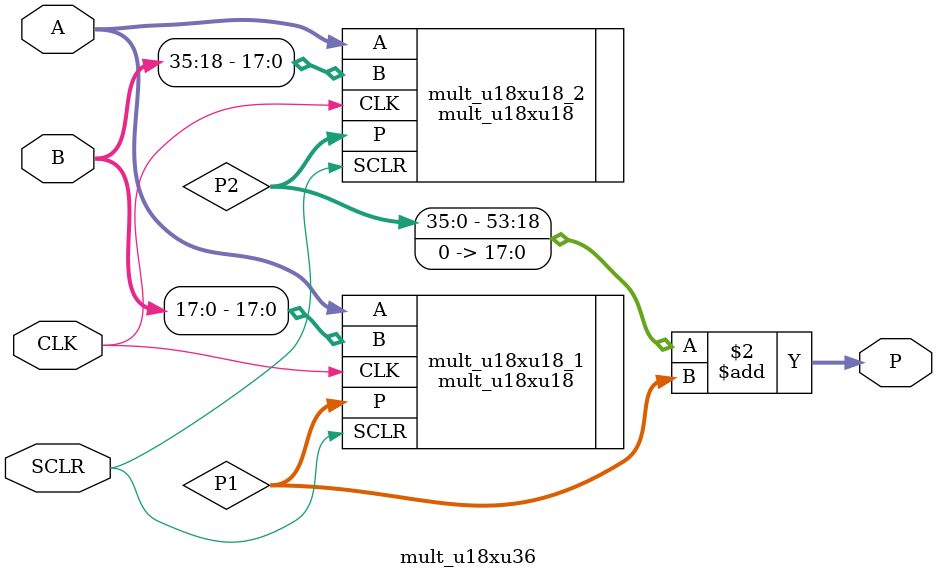
<source format=v>
`timescale 1ns / 1ps


module mult_u18xu36 (
    input  wire        CLK,
    input  wire [17:0] A,
    input  wire [35:0] B,
    input  wire        SCLR,
    output wire [53:0] P
);

    wire [35:0] P1;
    wire [35:0] P2;

    assign P = (P2 << 18) + P1;

    mult_u18xu18 mult_u18xu18_1 (
        .CLK (CLK),
        .A   (A),
        .B   (B[17:0]),
        .SCLR(SCLR),
        .P   (P1)
    );

    mult_u18xu18 mult_u18xu18_2 (
        .CLK (CLK),
        .A   (A),
        .B   (B[35:18]),
        .SCLR(SCLR),
        .P   (P2)
    );

endmodule

</source>
